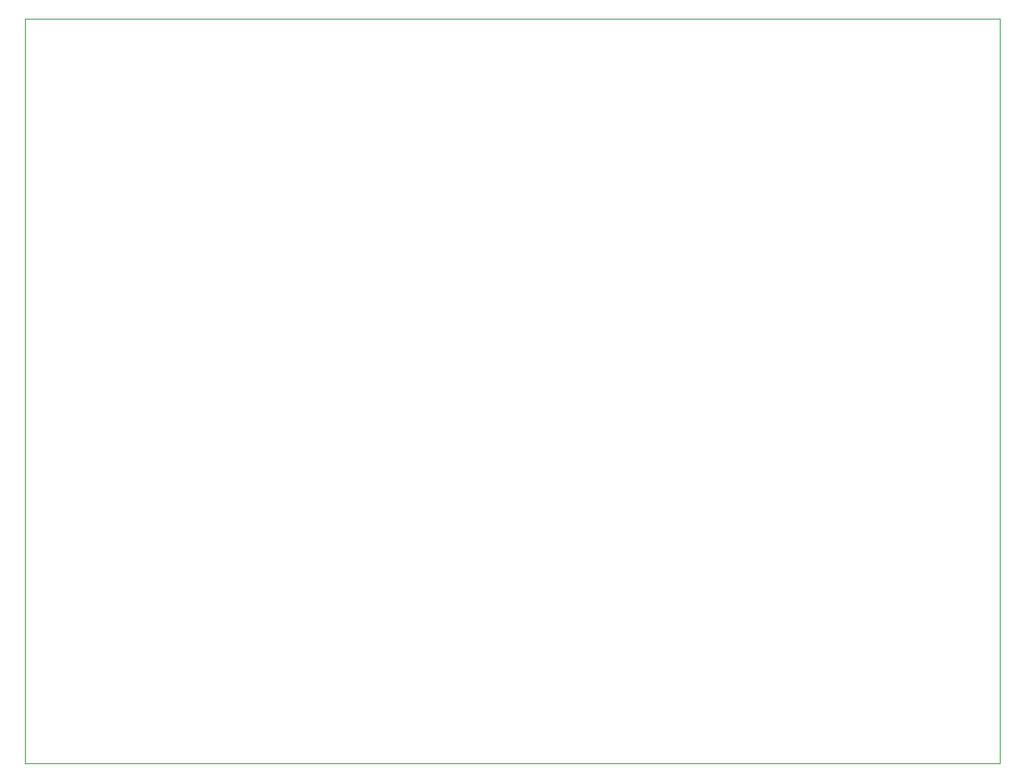
<source format=gbr>
%TF.GenerationSoftware,KiCad,Pcbnew,9.0.0*%
%TF.CreationDate,2025-05-05T23:55:41-07:00*%
%TF.ProjectId,Latchboard V9,4c617463-6862-46f6-9172-642056392e6b,rev?*%
%TF.SameCoordinates,Original*%
%TF.FileFunction,Profile,NP*%
%FSLAX46Y46*%
G04 Gerber Fmt 4.6, Leading zero omitted, Abs format (unit mm)*
G04 Created by KiCad (PCBNEW 9.0.0) date 2025-05-05 23:55:41*
%MOMM*%
%LPD*%
G01*
G04 APERTURE LIST*
%TA.AperFunction,Profile*%
%ADD10C,0.050000*%
%TD*%
G04 APERTURE END LIST*
D10*
X45970000Y-49160000D02*
X151740000Y-49160000D01*
X151740000Y-129945000D01*
X45970000Y-129945000D01*
X45970000Y-49160000D01*
M02*

</source>
